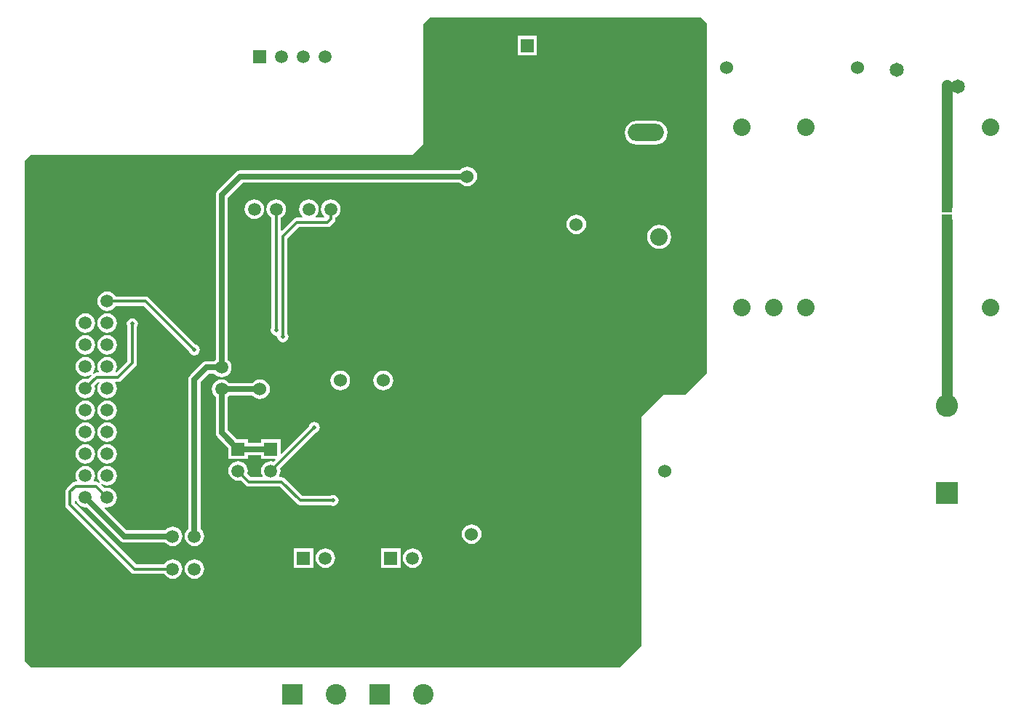
<source format=gbl>
%FSLAX25Y25*%
%MOIN*%
G70*
G01*
G75*
G04 Layer_Physical_Order=2*
G04 Layer_Color=16711680*
%ADD10R,0.04725X0.13779*%
%ADD11R,0.04725X0.13779*%
%ADD12R,0.06000X0.10000*%
%ADD13R,0.03500X0.03000*%
%ADD14R,0.05500X0.04000*%
%ADD15R,0.04000X0.05500*%
%ADD16R,0.06000X0.06000*%
%ADD17R,0.02756X0.05315*%
%ADD18R,0.02756X0.07087*%
G04:AMPARAMS|DCode=19|XSize=74.8mil|YSize=129.92mil|CornerRadius=0mil|HoleSize=0mil|Usage=FLASHONLY|Rotation=0.000|XOffset=0mil|YOffset=0mil|HoleType=Round|Shape=Octagon|*
%AMOCTAGOND19*
4,1,8,-0.01870,0.06496,0.01870,0.06496,0.03740,0.04626,0.03740,-0.04626,0.01870,-0.06496,-0.01870,-0.06496,-0.03740,-0.04626,-0.03740,0.04626,-0.01870,0.06496,0.0*
%
%ADD19OCTAGOND19*%

%ADD20R,0.01496X0.07874*%
%ADD21R,0.01496X0.07874*%
%ADD22O,0.06000X0.11024*%
%ADD23R,0.06000X0.11024*%
%ADD24R,0.17716X0.07874*%
%ADD25R,0.03000X0.03500*%
%ADD26R,0.10000X0.06000*%
%ADD27R,0.07500X0.10000*%
%ADD28C,0.04000*%
%ADD29C,0.01200*%
%ADD30C,0.02500*%
%ADD31C,0.02000*%
%ADD32C,0.01500*%
%ADD33C,0.05000*%
%ADD34C,0.03000*%
%ADD35C,0.08000*%
%ADD36C,0.05906*%
%ADD37R,0.05906X0.05906*%
%ADD38R,0.10236X0.10236*%
%ADD39C,0.10236*%
%ADD40R,0.05906X0.05906*%
%ADD41O,0.07874X0.15748*%
%ADD42O,0.15748X0.07874*%
%ADD43O,0.16535X0.07874*%
%ADD44C,0.06000*%
%ADD45R,0.05906X0.05906*%
%ADD46R,0.09449X0.09449*%
%ADD47C,0.09449*%
%ADD48C,0.06500*%
%ADD49C,0.02000*%
%ADD50R,0.05000X0.06000*%
G36*
X315000Y-5000D02*
Y-165000D01*
X305000Y-175000D01*
X295000D01*
X285000Y-185000D01*
Y-290000D01*
X275000Y-300000D01*
X5000D01*
X2039Y-297039D01*
Y-67961D01*
X5000Y-65000D01*
X180000D01*
X185000Y-60000D01*
Y-5000D01*
X187961Y-2039D01*
X312039D01*
X315000Y-5000D01*
D02*
G37*
%LPC*%
G36*
X30000Y-187674D02*
X28838Y-187827D01*
X27754Y-188276D01*
X26824Y-188990D01*
X26111Y-189920D01*
X25662Y-191003D01*
X25509Y-192165D01*
X25662Y-193328D01*
X26111Y-194411D01*
X26824Y-195341D01*
X27754Y-196055D01*
X28838Y-196503D01*
X30000Y-196657D01*
X31162Y-196503D01*
X32246Y-196055D01*
X33176Y-195341D01*
X33889Y-194411D01*
X34338Y-193328D01*
X34491Y-192165D01*
X34338Y-191003D01*
X33889Y-189920D01*
X33176Y-188990D01*
X32246Y-188276D01*
X31162Y-187827D01*
X30000Y-187674D01*
D02*
G37*
G36*
X40000Y-197674D02*
X38838Y-197827D01*
X37754Y-198276D01*
X36824Y-198990D01*
X36110Y-199920D01*
X35662Y-201003D01*
X35509Y-202165D01*
X35662Y-203328D01*
X36110Y-204411D01*
X36824Y-205341D01*
X37754Y-206055D01*
X38838Y-206504D01*
X40000Y-206657D01*
X41162Y-206504D01*
X42246Y-206055D01*
X43176Y-205341D01*
X43889Y-204411D01*
X44338Y-203328D01*
X44491Y-202165D01*
X44338Y-201003D01*
X43889Y-199920D01*
X43176Y-198990D01*
X42246Y-198276D01*
X41162Y-197827D01*
X40000Y-197674D01*
D02*
G37*
G36*
X30000D02*
X28838Y-197827D01*
X27754Y-198276D01*
X26824Y-198990D01*
X26111Y-199920D01*
X25662Y-201003D01*
X25509Y-202165D01*
X25662Y-203328D01*
X26111Y-204411D01*
X26824Y-205341D01*
X27754Y-206055D01*
X28838Y-206504D01*
X30000Y-206657D01*
X31162Y-206504D01*
X32246Y-206055D01*
X33176Y-205341D01*
X33889Y-204411D01*
X34338Y-203328D01*
X34491Y-202165D01*
X34338Y-201003D01*
X33889Y-199920D01*
X33176Y-198990D01*
X32246Y-198276D01*
X31162Y-197827D01*
X30000Y-197674D01*
D02*
G37*
G36*
X40000Y-187674D02*
X38838Y-187827D01*
X37754Y-188276D01*
X36824Y-188990D01*
X36110Y-189920D01*
X35662Y-191003D01*
X35509Y-192165D01*
X35662Y-193328D01*
X36110Y-194411D01*
X36824Y-195341D01*
X37754Y-196055D01*
X38838Y-196503D01*
X40000Y-196657D01*
X41162Y-196503D01*
X42246Y-196055D01*
X43176Y-195341D01*
X43889Y-194411D01*
X44338Y-193328D01*
X44491Y-192165D01*
X44338Y-191003D01*
X43889Y-189920D01*
X43176Y-188990D01*
X42246Y-188276D01*
X41162Y-187827D01*
X40000Y-187674D01*
D02*
G37*
G36*
X146815Y-163961D02*
X145640Y-164116D01*
X144545Y-164569D01*
X143605Y-165291D01*
X142884Y-166231D01*
X142431Y-167325D01*
X142276Y-168500D01*
X142431Y-169675D01*
X142884Y-170769D01*
X143605Y-171709D01*
X144545Y-172431D01*
X145640Y-172884D01*
X146815Y-173039D01*
X147990Y-172884D01*
X149084Y-172431D01*
X150024Y-171709D01*
X150746Y-170769D01*
X151199Y-169675D01*
X151354Y-168500D01*
X151199Y-167325D01*
X150746Y-166231D01*
X150024Y-165291D01*
X149084Y-164569D01*
X147990Y-164116D01*
X146815Y-163961D01*
D02*
G37*
G36*
X40000Y-177674D02*
X38838Y-177827D01*
X37754Y-178276D01*
X36824Y-178990D01*
X36110Y-179920D01*
X35662Y-181003D01*
X35509Y-182165D01*
X35662Y-183328D01*
X36110Y-184411D01*
X36824Y-185341D01*
X37754Y-186055D01*
X38838Y-186504D01*
X40000Y-186656D01*
X41162Y-186504D01*
X42246Y-186055D01*
X43176Y-185341D01*
X43889Y-184411D01*
X44338Y-183328D01*
X44491Y-182165D01*
X44338Y-181003D01*
X43889Y-179920D01*
X43176Y-178990D01*
X42246Y-178276D01*
X41162Y-177827D01*
X40000Y-177674D01*
D02*
G37*
G36*
X30000D02*
X28838Y-177827D01*
X27754Y-178276D01*
X26824Y-178990D01*
X26111Y-179920D01*
X25662Y-181003D01*
X25509Y-182165D01*
X25662Y-183328D01*
X26111Y-184411D01*
X26824Y-185341D01*
X27754Y-186055D01*
X28838Y-186504D01*
X30000Y-186656D01*
X31162Y-186504D01*
X32246Y-186055D01*
X33176Y-185341D01*
X33889Y-184411D01*
X34338Y-183328D01*
X34491Y-182165D01*
X34338Y-181003D01*
X33889Y-179920D01*
X33176Y-178990D01*
X32246Y-178276D01*
X31162Y-177827D01*
X30000Y-177674D01*
D02*
G37*
G36*
X180000Y-245509D02*
X178838Y-245662D01*
X177754Y-246111D01*
X176824Y-246824D01*
X176110Y-247754D01*
X175662Y-248838D01*
X175509Y-250000D01*
X175662Y-251162D01*
X176110Y-252246D01*
X176824Y-253176D01*
X177754Y-253889D01*
X178838Y-254338D01*
X180000Y-254491D01*
X181162Y-254338D01*
X182246Y-253889D01*
X183176Y-253176D01*
X183889Y-252246D01*
X184338Y-251162D01*
X184491Y-250000D01*
X184338Y-248838D01*
X183889Y-247754D01*
X183176Y-246824D01*
X182246Y-246111D01*
X181162Y-245662D01*
X180000Y-245509D01*
D02*
G37*
G36*
X140000D02*
X138838Y-245662D01*
X137754Y-246111D01*
X136824Y-246824D01*
X136110Y-247754D01*
X135662Y-248838D01*
X135509Y-250000D01*
X135662Y-251162D01*
X136110Y-252246D01*
X136824Y-253176D01*
X137754Y-253889D01*
X138838Y-254338D01*
X140000Y-254491D01*
X141162Y-254338D01*
X142246Y-253889D01*
X143176Y-253176D01*
X143889Y-252246D01*
X144338Y-251162D01*
X144491Y-250000D01*
X144338Y-248838D01*
X143889Y-247754D01*
X143176Y-246824D01*
X142246Y-246111D01*
X141162Y-245662D01*
X140000Y-245509D01*
D02*
G37*
G36*
X80000Y-250509D02*
X78838Y-250662D01*
X77754Y-251111D01*
X76824Y-251824D01*
X76111Y-252754D01*
X75662Y-253838D01*
X75509Y-255000D01*
X75662Y-256162D01*
X76111Y-257246D01*
X76824Y-258176D01*
X77754Y-258890D01*
X78838Y-259338D01*
X80000Y-259491D01*
X81162Y-259338D01*
X82246Y-258890D01*
X83176Y-258176D01*
X83890Y-257246D01*
X84338Y-256162D01*
X84491Y-255000D01*
X84338Y-253838D01*
X83890Y-252754D01*
X83176Y-251824D01*
X82246Y-251111D01*
X81162Y-250662D01*
X80000Y-250509D01*
D02*
G37*
G36*
X134453Y-245547D02*
X125547D01*
Y-254453D01*
X134453D01*
Y-245547D01*
D02*
G37*
G36*
X40000Y-207674D02*
X38838Y-207827D01*
X37754Y-208276D01*
X36824Y-208990D01*
X36110Y-209920D01*
X35662Y-211003D01*
X35509Y-212165D01*
X35662Y-213328D01*
X36110Y-214411D01*
X36619Y-215073D01*
X36277Y-215438D01*
X35654Y-215022D01*
X34835Y-214859D01*
X34110D01*
X33889Y-214411D01*
X34338Y-213328D01*
X34491Y-212165D01*
X34338Y-211003D01*
X33889Y-209920D01*
X33176Y-208990D01*
X32246Y-208276D01*
X31162Y-207827D01*
X30000Y-207674D01*
X28838Y-207827D01*
X27754Y-208276D01*
X26824Y-208990D01*
X26111Y-209920D01*
X25662Y-211003D01*
X25509Y-212165D01*
X25662Y-213328D01*
X26111Y-214411D01*
X25890Y-214859D01*
X25500D01*
X24681Y-215022D01*
X23986Y-215486D01*
X21486Y-217986D01*
X21022Y-218681D01*
X20859Y-219500D01*
Y-225500D01*
X21022Y-226319D01*
X21022Y-226319D01*
X21022Y-226319D01*
X21486Y-227014D01*
X50986Y-256514D01*
X50986Y-256514D01*
X50986D01*
X50986Y-256514D01*
X50986D01*
X50986Y-256514D01*
Y-256514D01*
Y-256514D01*
D01*
D01*
X50986D01*
Y-256514D01*
X51681Y-256978D01*
X52500Y-257141D01*
X66067D01*
X66110Y-257246D01*
X66824Y-258176D01*
X67754Y-258890D01*
X68838Y-259338D01*
X70000Y-259491D01*
X71162Y-259338D01*
X72246Y-258890D01*
X73176Y-258176D01*
X73889Y-257246D01*
X74338Y-256162D01*
X74491Y-255000D01*
X74338Y-253838D01*
X73889Y-252754D01*
X73176Y-251824D01*
X72246Y-251111D01*
X71162Y-250662D01*
X70000Y-250509D01*
X68838Y-250662D01*
X67754Y-251111D01*
X66824Y-251824D01*
X66110Y-252754D01*
X66067Y-252859D01*
X53387D01*
X25141Y-224613D01*
Y-223195D01*
X25640Y-223162D01*
X25662Y-223328D01*
X26111Y-224411D01*
X26824Y-225341D01*
X27754Y-226055D01*
X28838Y-226503D01*
X30000Y-226657D01*
X30502Y-226590D01*
X45873Y-241961D01*
X46448Y-242402D01*
X46448Y-242402D01*
X46448Y-242402D01*
D01*
X46448Y-242402D01*
X46448Y-242402D01*
X47117Y-242679D01*
X47835Y-242774D01*
X66516D01*
X66824Y-243176D01*
X67754Y-243889D01*
X68838Y-244338D01*
X70000Y-244491D01*
X71162Y-244338D01*
X72246Y-243889D01*
X73176Y-243176D01*
X73889Y-242246D01*
X74338Y-241162D01*
X74491Y-240000D01*
X74338Y-238838D01*
X73889Y-237754D01*
X73176Y-236824D01*
X72246Y-236110D01*
X71162Y-235662D01*
X70000Y-235509D01*
X68838Y-235662D01*
X67754Y-236110D01*
X66824Y-236824D01*
X66516Y-237226D01*
X48984D01*
X38723Y-226966D01*
X38944Y-226518D01*
X40000Y-226657D01*
X41162Y-226503D01*
X42246Y-226055D01*
X43176Y-225341D01*
X43889Y-224411D01*
X44338Y-223328D01*
X44491Y-222165D01*
X44338Y-221003D01*
X43889Y-219920D01*
X43176Y-218990D01*
X42246Y-218276D01*
X41162Y-217827D01*
X40000Y-217674D01*
X38838Y-217827D01*
X38733Y-217870D01*
X36860Y-215998D01*
X37190Y-215622D01*
X37754Y-216055D01*
X38838Y-216504D01*
X40000Y-216656D01*
X41162Y-216504D01*
X42246Y-216055D01*
X43176Y-215341D01*
X43889Y-214411D01*
X44338Y-213328D01*
X44491Y-212165D01*
X44338Y-211003D01*
X43889Y-209920D01*
X43176Y-208990D01*
X42246Y-208276D01*
X41162Y-207827D01*
X40000Y-207674D01*
D02*
G37*
G36*
X207000Y-234461D02*
X205825Y-234616D01*
X204731Y-235069D01*
X203791Y-235791D01*
X203069Y-236731D01*
X202616Y-237825D01*
X202461Y-239000D01*
X202616Y-240175D01*
X203069Y-241269D01*
X203791Y-242209D01*
X204731Y-242931D01*
X205825Y-243384D01*
X207000Y-243539D01*
X208175Y-243384D01*
X209269Y-242931D01*
X210209Y-242209D01*
X210931Y-241269D01*
X211384Y-240175D01*
X211539Y-239000D01*
X211384Y-237825D01*
X210931Y-236731D01*
X210209Y-235791D01*
X209269Y-235069D01*
X208175Y-234616D01*
X207000Y-234461D01*
D02*
G37*
G36*
X174453Y-245547D02*
X165547D01*
Y-254453D01*
X174453D01*
Y-245547D01*
D02*
G37*
G36*
X107500Y-85509D02*
X106338Y-85662D01*
X105254Y-86111D01*
X104324Y-86824D01*
X103611Y-87754D01*
X103162Y-88838D01*
X103009Y-90000D01*
X103162Y-91162D01*
X103611Y-92246D01*
X104324Y-93176D01*
X105254Y-93889D01*
X106338Y-94338D01*
X107500Y-94491D01*
X108662Y-94338D01*
X109746Y-93889D01*
X110676Y-93176D01*
X111390Y-92246D01*
X111838Y-91162D01*
X111991Y-90000D01*
X111838Y-88838D01*
X111390Y-87754D01*
X110676Y-86824D01*
X109746Y-86111D01*
X108662Y-85662D01*
X107500Y-85509D01*
D02*
G37*
G36*
X255000Y-92461D02*
X253825Y-92616D01*
X252731Y-93069D01*
X251791Y-93791D01*
X251069Y-94731D01*
X250616Y-95825D01*
X250461Y-97000D01*
X250616Y-98175D01*
X251069Y-99269D01*
X251791Y-100209D01*
X252731Y-100931D01*
X253825Y-101384D01*
X255000Y-101539D01*
X256175Y-101384D01*
X257269Y-100931D01*
X258209Y-100209D01*
X258931Y-99269D01*
X259384Y-98175D01*
X259539Y-97000D01*
X259384Y-95825D01*
X258931Y-94731D01*
X258209Y-93791D01*
X257269Y-93069D01*
X256175Y-92616D01*
X255000Y-92461D01*
D02*
G37*
G36*
X293000Y-97110D02*
X291564Y-97299D01*
X290227Y-97853D01*
X289078Y-98735D01*
X288196Y-99884D01*
X287642Y-101222D01*
X287453Y-102657D01*
X287642Y-104093D01*
X288196Y-105431D01*
X289078Y-106580D01*
X290227Y-107462D01*
X291564Y-108016D01*
X293000Y-108205D01*
X294436Y-108016D01*
X295774Y-107462D01*
X296923Y-106580D01*
X297804Y-105431D01*
X298359Y-104093D01*
X298548Y-102657D01*
X298359Y-101222D01*
X297804Y-99884D01*
X296923Y-98735D01*
X295774Y-97853D01*
X294436Y-97299D01*
X293000Y-97110D01*
D02*
G37*
G36*
X142500Y-85509D02*
X141338Y-85662D01*
X140254Y-86111D01*
X139324Y-86824D01*
X138610Y-87754D01*
X138162Y-88838D01*
X138009Y-90000D01*
X138162Y-91162D01*
X138610Y-92246D01*
X139324Y-93176D01*
X139597Y-93385D01*
X139437Y-93859D01*
X135563D01*
X135403Y-93385D01*
X135676Y-93176D01*
X136390Y-92246D01*
X136838Y-91162D01*
X136991Y-90000D01*
X136838Y-88838D01*
X136390Y-87754D01*
X135676Y-86824D01*
X134746Y-86111D01*
X133662Y-85662D01*
X132500Y-85509D01*
X131338Y-85662D01*
X130254Y-86111D01*
X129324Y-86824D01*
X128611Y-87754D01*
X128162Y-88838D01*
X128009Y-90000D01*
X128162Y-91162D01*
X128611Y-92246D01*
X129324Y-93176D01*
X129597Y-93385D01*
X129437Y-93859D01*
X127000D01*
X126181Y-94022D01*
X125486Y-94486D01*
X120103Y-99869D01*
X119641Y-99677D01*
Y-93933D01*
X119746Y-93889D01*
X120676Y-93176D01*
X121389Y-92246D01*
X121838Y-91162D01*
X121991Y-90000D01*
X121838Y-88838D01*
X121389Y-87754D01*
X120676Y-86824D01*
X119746Y-86111D01*
X118662Y-85662D01*
X117500Y-85509D01*
X116338Y-85662D01*
X115254Y-86111D01*
X114324Y-86824D01*
X113610Y-87754D01*
X113162Y-88838D01*
X113009Y-90000D01*
X113162Y-91162D01*
X113610Y-92246D01*
X114324Y-93176D01*
X115254Y-93889D01*
X115359Y-93933D01*
Y-144205D01*
X115145Y-144525D01*
X114951Y-145500D01*
X115145Y-146476D01*
X115698Y-147302D01*
X116525Y-147855D01*
X117500Y-148049D01*
X117622Y-148025D01*
X117975Y-148378D01*
X117951Y-148500D01*
X118145Y-149476D01*
X118698Y-150302D01*
X119525Y-150855D01*
X120500Y-151049D01*
X121476Y-150855D01*
X122302Y-150302D01*
X122855Y-149476D01*
X123049Y-148500D01*
X122855Y-147524D01*
X122641Y-147205D01*
Y-103387D01*
X127887Y-98141D01*
X141000D01*
X141819Y-97978D01*
X142514Y-97514D01*
X144014Y-96014D01*
X144478Y-95319D01*
X144478Y-95319D01*
X144478Y-95319D01*
X144641Y-94500D01*
Y-93933D01*
X144746Y-93889D01*
X145676Y-93176D01*
X146389Y-92246D01*
X146838Y-91162D01*
X146991Y-90000D01*
X146838Y-88838D01*
X146389Y-87754D01*
X145676Y-86824D01*
X144746Y-86111D01*
X143662Y-85662D01*
X142500Y-85509D01*
D02*
G37*
G36*
X236953Y-10547D02*
X228047D01*
Y-19453D01*
X236953D01*
Y-10547D01*
D02*
G37*
G36*
X291331Y-49453D02*
X282669D01*
X281250Y-49640D01*
X279927Y-50188D01*
X278792Y-51059D01*
X277920Y-52195D01*
X277372Y-53518D01*
X277185Y-54937D01*
X277372Y-56356D01*
X277920Y-57679D01*
X278792Y-58815D01*
X279927Y-59686D01*
X281250Y-60234D01*
X282669Y-60421D01*
X291331D01*
X292750Y-60234D01*
X294073Y-59686D01*
X295208Y-58815D01*
X296080Y-57679D01*
X296628Y-56356D01*
X296815Y-54937D01*
X296628Y-53518D01*
X296080Y-52195D01*
X295208Y-51059D01*
X294073Y-50188D01*
X292750Y-49640D01*
X291331Y-49453D01*
D02*
G37*
G36*
X205000Y-70461D02*
X203825Y-70616D01*
X202731Y-71069D01*
X201791Y-71791D01*
X201456Y-72226D01*
X101000D01*
X100282Y-72321D01*
X99613Y-72598D01*
X99039Y-73039D01*
X90539Y-81539D01*
X90098Y-82113D01*
X89983Y-82390D01*
X89821Y-82782D01*
X89726Y-83500D01*
Y-159016D01*
X89324Y-159324D01*
X89016Y-159726D01*
X85500D01*
X84782Y-159821D01*
X84113Y-160098D01*
X83539Y-160539D01*
X78039Y-166039D01*
X77598Y-166613D01*
X77483Y-166890D01*
X77321Y-167282D01*
X77226Y-168000D01*
Y-236516D01*
X76824Y-236824D01*
X76111Y-237754D01*
X75662Y-238838D01*
X75509Y-240000D01*
X75662Y-241162D01*
X76111Y-242246D01*
X76824Y-243176D01*
X77754Y-243889D01*
X78838Y-244338D01*
X80000Y-244491D01*
X81162Y-244338D01*
X82246Y-243889D01*
X83176Y-243176D01*
X83890Y-242246D01*
X84338Y-241162D01*
X84491Y-240000D01*
X84338Y-238838D01*
X83890Y-237754D01*
X83176Y-236824D01*
X82774Y-236516D01*
Y-169149D01*
X86649Y-165274D01*
X89016D01*
X89324Y-165676D01*
X90254Y-166390D01*
X91338Y-166838D01*
X92500Y-166991D01*
X93662Y-166838D01*
X94746Y-166390D01*
X95676Y-165676D01*
X96390Y-164746D01*
X96838Y-163662D01*
X96991Y-162500D01*
X96838Y-161338D01*
X96390Y-160254D01*
X95676Y-159324D01*
X95274Y-159016D01*
Y-84649D01*
X102149Y-77774D01*
X201456D01*
X201791Y-78209D01*
X202731Y-78931D01*
X203825Y-79384D01*
X205000Y-79539D01*
X206175Y-79384D01*
X207269Y-78931D01*
X208209Y-78209D01*
X208931Y-77269D01*
X209384Y-76175D01*
X209539Y-75000D01*
X209384Y-73825D01*
X208931Y-72731D01*
X208209Y-71791D01*
X207269Y-71069D01*
X206175Y-70616D01*
X205000Y-70461D01*
D02*
G37*
G36*
X40000Y-137674D02*
X38838Y-137827D01*
X37754Y-138276D01*
X36824Y-138990D01*
X36110Y-139920D01*
X35662Y-141003D01*
X35509Y-142165D01*
X35662Y-143328D01*
X36110Y-144411D01*
X36824Y-145341D01*
X37754Y-146055D01*
X38838Y-146503D01*
X40000Y-146657D01*
X41162Y-146503D01*
X42246Y-146055D01*
X43176Y-145341D01*
X43889Y-144411D01*
X44338Y-143328D01*
X44491Y-142165D01*
X44338Y-141003D01*
X43889Y-139920D01*
X43176Y-138990D01*
X42246Y-138276D01*
X41162Y-137827D01*
X40000Y-137674D01*
D02*
G37*
G36*
X51500Y-139951D02*
X50524Y-140145D01*
X49698Y-140698D01*
X49145Y-141525D01*
X48951Y-142500D01*
X49145Y-143475D01*
X49359Y-143795D01*
Y-159613D01*
X44321Y-164651D01*
X43905Y-164374D01*
X44338Y-163328D01*
X44491Y-162165D01*
X44338Y-161003D01*
X43889Y-159920D01*
X43176Y-158990D01*
X42246Y-158276D01*
X41162Y-157827D01*
X40000Y-157674D01*
X38838Y-157827D01*
X37754Y-158276D01*
X36824Y-158990D01*
X36110Y-159920D01*
X35662Y-161003D01*
X35509Y-162165D01*
X35662Y-163328D01*
X36110Y-164411D01*
X35890Y-164859D01*
X35165D01*
X34346Y-165022D01*
X33723Y-165438D01*
X33382Y-165073D01*
X33889Y-164411D01*
X34338Y-163328D01*
X34491Y-162165D01*
X34338Y-161003D01*
X33889Y-159920D01*
X33176Y-158990D01*
X32246Y-158276D01*
X31162Y-157827D01*
X30000Y-157674D01*
X28838Y-157827D01*
X27754Y-158276D01*
X26824Y-158990D01*
X26111Y-159920D01*
X25662Y-161003D01*
X25509Y-162165D01*
X25662Y-163328D01*
X26111Y-164411D01*
X26824Y-165341D01*
X27754Y-166055D01*
X28838Y-166504D01*
X30000Y-166656D01*
X31162Y-166504D01*
X32246Y-166055D01*
X32810Y-165622D01*
X33140Y-165998D01*
X31267Y-167870D01*
X31162Y-167827D01*
X30000Y-167674D01*
X28838Y-167827D01*
X27754Y-168276D01*
X26824Y-168990D01*
X26111Y-169920D01*
X25662Y-171003D01*
X25509Y-172165D01*
X25662Y-173328D01*
X26111Y-174411D01*
X26824Y-175341D01*
X27754Y-176055D01*
X28838Y-176504D01*
X30000Y-176656D01*
X31162Y-176504D01*
X32246Y-176055D01*
X33176Y-175341D01*
X33889Y-174411D01*
X34338Y-173328D01*
X34491Y-172165D01*
X34338Y-171003D01*
X34295Y-170898D01*
X35809Y-169384D01*
X36303Y-169465D01*
X36364Y-169590D01*
X36110Y-169920D01*
X35662Y-171003D01*
X35509Y-172165D01*
X35662Y-173328D01*
X36110Y-174411D01*
X36824Y-175341D01*
X37754Y-176055D01*
X38838Y-176504D01*
X40000Y-176656D01*
X41162Y-176504D01*
X42246Y-176055D01*
X43176Y-175341D01*
X43889Y-174411D01*
X44338Y-173328D01*
X44491Y-172165D01*
X44338Y-171003D01*
X43889Y-169920D01*
X43636Y-169590D01*
X43857Y-169141D01*
X45000D01*
X45819Y-168978D01*
X46514Y-168514D01*
X46514Y-168514D01*
X46514Y-168514D01*
X53014Y-162014D01*
X53478Y-161319D01*
X53478Y-161319D01*
X53478Y-161319D01*
X53641Y-160500D01*
Y-143795D01*
X53855Y-143475D01*
X54049Y-142500D01*
X53855Y-141525D01*
X53302Y-140698D01*
X52476Y-140145D01*
X51500Y-139951D01*
D02*
G37*
G36*
X110000Y-167961D02*
X108825Y-168116D01*
X107731Y-168569D01*
X106791Y-169291D01*
X106456Y-169726D01*
X95984D01*
X95676Y-169324D01*
X94746Y-168611D01*
X93662Y-168162D01*
X92500Y-168009D01*
X91338Y-168162D01*
X90254Y-168611D01*
X89324Y-169324D01*
X88611Y-170254D01*
X88162Y-171338D01*
X88009Y-172500D01*
X88162Y-173662D01*
X88611Y-174746D01*
X89324Y-175676D01*
X89726Y-175984D01*
Y-192500D01*
X89821Y-193218D01*
X89983Y-193610D01*
X90098Y-193887D01*
X90539Y-194461D01*
X95547Y-199470D01*
Y-204453D01*
X104453D01*
Y-202774D01*
X110547D01*
Y-204453D01*
X116866D01*
X117057Y-204915D01*
X116267Y-205705D01*
X116162Y-205662D01*
X115000Y-205509D01*
X113838Y-205662D01*
X112754Y-206111D01*
X111824Y-206824D01*
X111110Y-207754D01*
X110662Y-208838D01*
X110509Y-210000D01*
X110662Y-211162D01*
X111110Y-212246D01*
X111237Y-212410D01*
X111016Y-212859D01*
X105887D01*
X104295Y-211267D01*
X104338Y-211162D01*
X104491Y-210000D01*
X104338Y-208838D01*
X103890Y-207754D01*
X103176Y-206824D01*
X102246Y-206111D01*
X101162Y-205662D01*
X100000Y-205509D01*
X98838Y-205662D01*
X97754Y-206111D01*
X96824Y-206824D01*
X96110Y-207754D01*
X95662Y-208838D01*
X95509Y-210000D01*
X95662Y-211162D01*
X96110Y-212246D01*
X96824Y-213176D01*
X97754Y-213890D01*
X98838Y-214338D01*
X100000Y-214491D01*
X101162Y-214338D01*
X101267Y-214295D01*
X103486Y-216514D01*
X104181Y-216978D01*
X105000Y-217141D01*
X119113D01*
X126986Y-225014D01*
X127681Y-225478D01*
X127681Y-225478D01*
X127681Y-225478D01*
D01*
X127681Y-225478D01*
X127681Y-225478D01*
X128500Y-225641D01*
X142205D01*
X142525Y-225855D01*
X143500Y-226049D01*
X144475Y-225855D01*
X145302Y-225302D01*
X145855Y-224476D01*
X146049Y-223500D01*
X145855Y-222524D01*
X145302Y-221698D01*
X144475Y-221145D01*
X143500Y-220951D01*
X142525Y-221145D01*
X142205Y-221359D01*
X129387D01*
X121514Y-213486D01*
X120819Y-213022D01*
X120000Y-212859D01*
X118984D01*
X118763Y-212410D01*
X118889Y-212246D01*
X119338Y-211162D01*
X119491Y-210000D01*
X119338Y-208838D01*
X119295Y-208733D01*
X135598Y-192430D01*
X135976Y-192355D01*
X136802Y-191802D01*
X137355Y-190975D01*
X137549Y-190000D01*
X137355Y-189024D01*
X136802Y-188198D01*
X135976Y-187645D01*
X135000Y-187451D01*
X134025Y-187645D01*
X133198Y-188198D01*
X132645Y-189024D01*
X132570Y-189402D01*
X119915Y-202057D01*
X119453Y-201866D01*
Y-195547D01*
X110547D01*
Y-197226D01*
X104453D01*
Y-195547D01*
X99470D01*
X95274Y-191351D01*
Y-175984D01*
X95676Y-175676D01*
X95984Y-175274D01*
X106456D01*
X106791Y-175709D01*
X107731Y-176431D01*
X108825Y-176884D01*
X110000Y-177039D01*
X111175Y-176884D01*
X112269Y-176431D01*
X113209Y-175709D01*
X113931Y-174769D01*
X114384Y-173675D01*
X114539Y-172500D01*
X114384Y-171325D01*
X113931Y-170231D01*
X113209Y-169291D01*
X112269Y-168569D01*
X111175Y-168116D01*
X110000Y-167961D01*
D02*
G37*
G36*
X166500Y-163961D02*
X165325Y-164116D01*
X164231Y-164569D01*
X163291Y-165291D01*
X162569Y-166231D01*
X162116Y-167325D01*
X161961Y-168500D01*
X162116Y-169675D01*
X162569Y-170769D01*
X163291Y-171709D01*
X164231Y-172431D01*
X165325Y-172884D01*
X166500Y-173039D01*
X167675Y-172884D01*
X168769Y-172431D01*
X169709Y-171709D01*
X170431Y-170769D01*
X170884Y-169675D01*
X171039Y-168500D01*
X170884Y-167325D01*
X170431Y-166231D01*
X169709Y-165291D01*
X168769Y-164569D01*
X167675Y-164116D01*
X166500Y-163961D01*
D02*
G37*
G36*
X40000Y-127674D02*
X38838Y-127827D01*
X37754Y-128276D01*
X36824Y-128990D01*
X36110Y-129920D01*
X35662Y-131003D01*
X35509Y-132165D01*
X35662Y-133328D01*
X36110Y-134411D01*
X36824Y-135341D01*
X37754Y-136055D01*
X38838Y-136504D01*
X40000Y-136656D01*
X41162Y-136504D01*
X42246Y-136055D01*
X43176Y-135341D01*
X43889Y-134411D01*
X43933Y-134307D01*
X56779D01*
X77570Y-155098D01*
X77645Y-155475D01*
X78198Y-156302D01*
X79024Y-156855D01*
X80000Y-157049D01*
X80976Y-156855D01*
X81802Y-156302D01*
X82355Y-155475D01*
X82549Y-154500D01*
X82355Y-153524D01*
X81802Y-152698D01*
X80976Y-152145D01*
X80598Y-152070D01*
X59179Y-130651D01*
X58485Y-130187D01*
X57665Y-130024D01*
X43933D01*
X43889Y-129920D01*
X43176Y-128990D01*
X42246Y-128276D01*
X41162Y-127827D01*
X40000Y-127674D01*
D02*
G37*
G36*
X30000Y-137674D02*
X28838Y-137827D01*
X27754Y-138276D01*
X26824Y-138990D01*
X26111Y-139920D01*
X25662Y-141003D01*
X25509Y-142165D01*
X25662Y-143328D01*
X26111Y-144411D01*
X26824Y-145341D01*
X27754Y-146055D01*
X28838Y-146503D01*
X30000Y-146657D01*
X31162Y-146503D01*
X32246Y-146055D01*
X33176Y-145341D01*
X33889Y-144411D01*
X34338Y-143328D01*
X34491Y-142165D01*
X34338Y-141003D01*
X33889Y-139920D01*
X33176Y-138990D01*
X32246Y-138276D01*
X31162Y-137827D01*
X30000Y-137674D01*
D02*
G37*
G36*
X40000Y-147674D02*
X38838Y-147827D01*
X37754Y-148276D01*
X36824Y-148990D01*
X36110Y-149920D01*
X35662Y-151003D01*
X35509Y-152165D01*
X35662Y-153328D01*
X36110Y-154411D01*
X36824Y-155341D01*
X37754Y-156055D01*
X38838Y-156503D01*
X40000Y-156657D01*
X41162Y-156503D01*
X42246Y-156055D01*
X43176Y-155341D01*
X43889Y-154411D01*
X44338Y-153328D01*
X44491Y-152165D01*
X44338Y-151003D01*
X43889Y-149920D01*
X43176Y-148990D01*
X42246Y-148276D01*
X41162Y-147827D01*
X40000Y-147674D01*
D02*
G37*
G36*
X30000D02*
X28838Y-147827D01*
X27754Y-148276D01*
X26824Y-148990D01*
X26111Y-149920D01*
X25662Y-151003D01*
X25509Y-152165D01*
X25662Y-153328D01*
X26111Y-154411D01*
X26824Y-155341D01*
X27754Y-156055D01*
X28838Y-156503D01*
X30000Y-156657D01*
X31162Y-156503D01*
X32246Y-156055D01*
X33176Y-155341D01*
X33889Y-154411D01*
X34338Y-153328D01*
X34491Y-152165D01*
X34338Y-151003D01*
X33889Y-149920D01*
X33176Y-148990D01*
X32246Y-148276D01*
X31162Y-147827D01*
X30000Y-147674D01*
D02*
G37*
%LPD*%
D16*
X135000Y-296000D02*
D03*
X175000D02*
D03*
D29*
X23000Y-225500D02*
X52500Y-255000D01*
X70000D01*
X23000Y-219500D02*
X25500Y-217000D01*
X34835D02*
X40000Y-222165D01*
X25500Y-217000D02*
X34835D01*
X23000Y-225500D02*
Y-219500D01*
X51500Y-160500D02*
Y-142500D01*
X57665Y-132165D02*
X80000Y-154500D01*
X40000Y-132165D02*
X57665D01*
X45000Y-167000D02*
X51500Y-160500D01*
X100000Y-210000D02*
X105000Y-215000D01*
X120000D01*
X128500Y-223500D01*
X143500D01*
X115000Y-210000D02*
X135000Y-190000D01*
X127000Y-96000D02*
X141000D01*
X142500Y-94500D01*
Y-90000D01*
X35165Y-167000D02*
X45000D01*
X30000Y-172165D02*
X35165Y-167000D01*
X117500Y-145500D02*
Y-90000D01*
X120500Y-148500D02*
Y-102500D01*
X127000Y-96000D01*
D30*
X80000Y-240000D02*
Y-168000D01*
X85500Y-162500D02*
X92500D01*
X80000Y-168000D02*
X85500Y-162500D01*
X92500Y-172500D02*
X110000D01*
X92500Y-83500D02*
X101000Y-75000D01*
X92500Y-162500D02*
Y-83500D01*
Y-192500D02*
Y-172500D01*
X100000Y-200000D02*
X115000D01*
X92500Y-192500D02*
X100000Y-200000D01*
X101000Y-75000D02*
X205000D01*
X30000Y-222165D02*
X47835Y-240000D01*
X70000D01*
D33*
X425000Y-180000D02*
Y-95500D01*
Y-88500D02*
Y-33000D01*
D35*
X445000Y-52323D02*
D03*
X360355Y-52323D02*
D03*
X330827Y-52323D02*
D03*
X330827Y-135000D02*
D03*
X445000Y-135000D02*
D03*
X345591Y-135000D02*
D03*
X360355Y-135000D02*
D03*
X293000Y-122343D02*
D03*
X293000Y-102657D02*
D03*
D36*
X40000Y-222165D02*
D03*
X30000D02*
D03*
X40000Y-212165D02*
D03*
X30000D02*
D03*
X40000Y-202165D02*
D03*
X30000D02*
D03*
X40000Y-192165D02*
D03*
X30000D02*
D03*
X40000Y-182165D02*
D03*
X30000D02*
D03*
X40000Y-172165D02*
D03*
X30000D02*
D03*
X40000Y-162165D02*
D03*
X30000D02*
D03*
X40000Y-152165D02*
D03*
X30000D02*
D03*
X40000Y-142165D02*
D03*
X30000D02*
D03*
X40000Y-132165D02*
D03*
X115000Y-210000D02*
D03*
Y-220000D02*
D03*
X120000Y-20000D02*
D03*
X130000D02*
D03*
X140000D02*
D03*
Y-250000D02*
D03*
X70000Y-240000D02*
D03*
X80000D02*
D03*
X107500Y-90000D02*
D03*
X117500D02*
D03*
X70000Y-255000D02*
D03*
X80000D02*
D03*
X132500Y-90000D02*
D03*
X142500D02*
D03*
X92500Y-162500D02*
D03*
Y-172500D02*
D03*
X180000Y-250000D02*
D03*
X100000Y-220000D02*
D03*
Y-210000D02*
D03*
X242500Y-15000D02*
D03*
D37*
X30000Y-132165D02*
D03*
D38*
X425000Y-220000D02*
D03*
D39*
Y-180000D02*
D03*
D40*
X115000Y-200000D02*
D03*
X100000D02*
D03*
D41*
X267315Y-42339D02*
D03*
D42*
X287000Y-30528D02*
D03*
D43*
Y-54937D02*
D03*
D44*
X146815Y-168500D02*
D03*
X166500D02*
D03*
X225000Y-250000D02*
D03*
X255000Y-97000D02*
D03*
X205000Y-75000D02*
D03*
X25000Y-250000D02*
D03*
X225000Y-100000D02*
D03*
X25000D02*
D03*
X207000Y-239000D02*
D03*
X110000Y-172500D02*
D03*
X295500Y-210000D02*
D03*
X324000Y-25000D02*
D03*
X384000D02*
D03*
D45*
X110000Y-20000D02*
D03*
X130000Y-250000D02*
D03*
X170000D02*
D03*
X232500Y-15000D02*
D03*
D46*
X165000Y-312500D02*
D03*
X125000D02*
D03*
D47*
X185000D02*
D03*
X145000D02*
D03*
D48*
X402000Y-26250D02*
D03*
X430000Y-33750D02*
D03*
D49*
X100000Y-125000D02*
D03*
X300000Y-140000D02*
D03*
X100000Y-275000D02*
D03*
X25000Y-295000D02*
D03*
Y-275000D02*
D03*
X50000Y-295000D02*
D03*
X75000D02*
D03*
X10000D02*
D03*
X100000D02*
D03*
X115000D02*
D03*
X87500Y-215000D02*
D03*
X70000Y-230000D02*
D03*
X55000D02*
D03*
X105000Y-160000D02*
D03*
X10000Y-275000D02*
D03*
Y-250000D02*
D03*
Y-225000D02*
D03*
Y-200000D02*
D03*
Y-175000D02*
D03*
Y-150000D02*
D03*
X143500Y-223500D02*
D03*
X135000Y-190000D02*
D03*
X130000Y-202500D02*
D03*
X75000Y-160000D02*
D03*
Y-250000D02*
D03*
Y-275000D02*
D03*
X150000Y-125000D02*
D03*
X125000D02*
D03*
X75000D02*
D03*
Y-100000D02*
D03*
Y-75000D02*
D03*
X200000Y-25000D02*
D03*
X190000Y-65000D02*
D03*
X305000Y-100000D02*
D03*
Y-75000D02*
D03*
Y-50000D02*
D03*
Y-25000D02*
D03*
X235000Y-65000D02*
D03*
X275000Y-25000D02*
D03*
X225000D02*
D03*
X195000Y-252500D02*
D03*
X197500Y-262500D02*
D03*
X200000Y-295000D02*
D03*
X275000D02*
D03*
Y-275000D02*
D03*
Y-250000D02*
D03*
Y-225000D02*
D03*
X225000Y-295000D02*
D03*
Y-275000D02*
D03*
X250000Y-295000D02*
D03*
Y-250000D02*
D03*
Y-225000D02*
D03*
Y-175000D02*
D03*
X225000D02*
D03*
Y-150000D02*
D03*
X250000D02*
D03*
X175000Y-100000D02*
D03*
X160000Y-85000D02*
D03*
X250000Y-125000D02*
D03*
X225000D02*
D03*
X175000D02*
D03*
X200000D02*
D03*
Y-100000D02*
D03*
X50000Y-275000D02*
D03*
X45000Y-255000D02*
D03*
X50000Y-125000D02*
D03*
Y-100000D02*
D03*
Y-75000D02*
D03*
X25000D02*
D03*
X85000Y-172500D02*
D03*
X125000Y-170000D02*
D03*
X50000Y-187500D02*
D03*
X10000Y-125000D02*
D03*
X65000Y-215000D02*
D03*
X75000Y-205000D02*
D03*
X87500Y-197500D02*
D03*
X182500Y-160000D02*
D03*
X124000Y-193500D02*
D03*
X115000Y-250000D02*
D03*
X90000Y-235000D02*
D03*
X100000Y-250000D02*
D03*
X163000Y-290000D02*
D03*
X155000D02*
D03*
X147000D02*
D03*
X155000Y-273000D02*
D03*
Y-260000D02*
D03*
X160000Y-250000D02*
D03*
X150000D02*
D03*
X182000Y-237000D02*
D03*
X225000Y-225000D02*
D03*
Y-205000D02*
D03*
X205000Y-230000D02*
D03*
Y-215000D02*
D03*
Y-205000D02*
D03*
X190000Y-215000D02*
D03*
Y-205000D02*
D03*
X143500Y-202500D02*
D03*
X145000Y-215000D02*
D03*
X151500D02*
D03*
X162500Y-205000D02*
D03*
X160000Y-215000D02*
D03*
X172500D02*
D03*
Y-205000D02*
D03*
X152500D02*
D03*
X80000Y-154500D02*
D03*
X51500Y-142500D02*
D03*
X117500Y-145500D02*
D03*
X120500Y-148500D02*
D03*
X10000Y-75000D02*
D03*
Y-100000D02*
D03*
X250000Y-275000D02*
D03*
Y-205000D02*
D03*
X275000D02*
D03*
Y-175000D02*
D03*
Y-150000D02*
D03*
Y-100000D02*
D03*
X57500Y-247500D02*
D03*
X65000Y-177500D02*
D03*
D50*
X425000Y-95500D02*
D03*
Y-88500D02*
D03*
M02*

</source>
